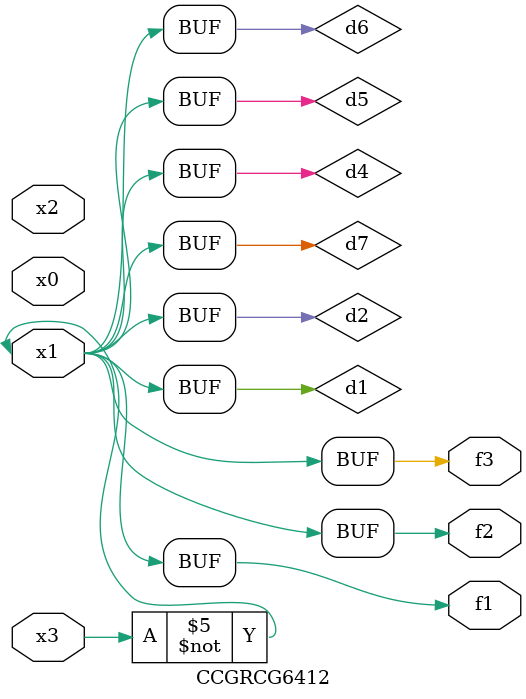
<source format=v>
module CCGRCG6412(
	input x0, x1, x2, x3,
	output f1, f2, f3
);

	wire d1, d2, d3, d4, d5, d6, d7;

	not (d1, x3);
	buf (d2, x1);
	xnor (d3, d1, d2);
	nor (d4, d1);
	buf (d5, d1, d2);
	buf (d6, d4, d5);
	nand (d7, d4);
	assign f1 = d6;
	assign f2 = d7;
	assign f3 = d6;
endmodule

</source>
